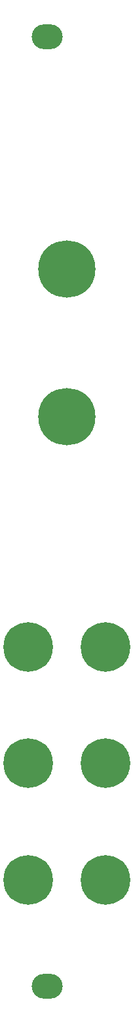
<source format=gbr>
%TF.GenerationSoftware,KiCad,Pcbnew,9.0.6*%
%TF.CreationDate,2025-12-14T15:24:52-05:00*%
%TF.ProjectId,active-vactrol-vca-panel,61637469-7665-42d7-9661-6374726f6c2d,rev?*%
%TF.SameCoordinates,Original*%
%TF.FileFunction,Soldermask,Bot*%
%TF.FilePolarity,Negative*%
%FSLAX46Y46*%
G04 Gerber Fmt 4.6, Leading zero omitted, Abs format (unit mm)*
G04 Created by KiCad (PCBNEW 9.0.6) date 2025-12-14 15:24:52*
%MOMM*%
%LPD*%
G01*
G04 APERTURE LIST*
G04 Aperture macros list*
%AMRoundRect*
0 Rectangle with rounded corners*
0 $1 Rounding radius*
0 $2 $3 $4 $5 $6 $7 $8 $9 X,Y pos of 4 corners*
0 Add a 4 corners polygon primitive as box body*
4,1,4,$2,$3,$4,$5,$6,$7,$8,$9,$2,$3,0*
0 Add four circle primitives for the rounded corners*
1,1,$1+$1,$2,$3*
1,1,$1+$1,$4,$5*
1,1,$1+$1,$6,$7*
1,1,$1+$1,$8,$9*
0 Add four rect primitives between the rounded corners*
20,1,$1+$1,$2,$3,$4,$5,0*
20,1,$1+$1,$4,$5,$6,$7,0*
20,1,$1+$1,$6,$7,$8,$9,0*
20,1,$1+$1,$8,$9,$2,$3,0*%
G04 Aperture macros list end*
%ADD10RoundRect,1.600000X-0.400000X-0.000010X0.400000X-0.000010X0.400000X0.000010X-0.400000X0.000010X0*%
%ADD11C,7.400000*%
%ADD12C,6.400000*%
G04 APERTURE END LIST*
D10*
%TO.C,H2*%
X107500000Y-225500000D03*
%TD*%
%TO.C,H1*%
X107500000Y-103000000D03*
%TD*%
D11*
%TO.C,H4*%
X110000000Y-152000000D03*
%TD*%
%TO.C,H3*%
X110000000Y-133000000D03*
%TD*%
D12*
%TO.C,H6*%
X115000000Y-181750000D03*
%TD*%
%TO.C,H8*%
X115000000Y-196750000D03*
%TD*%
%TO.C,H7*%
X105000000Y-196750000D03*
%TD*%
%TO.C,H9*%
X105000000Y-211750000D03*
%TD*%
%TO.C,H10*%
X115000000Y-211750000D03*
%TD*%
%TO.C,H5*%
X105000000Y-181750000D03*
%TD*%
M02*

</source>
